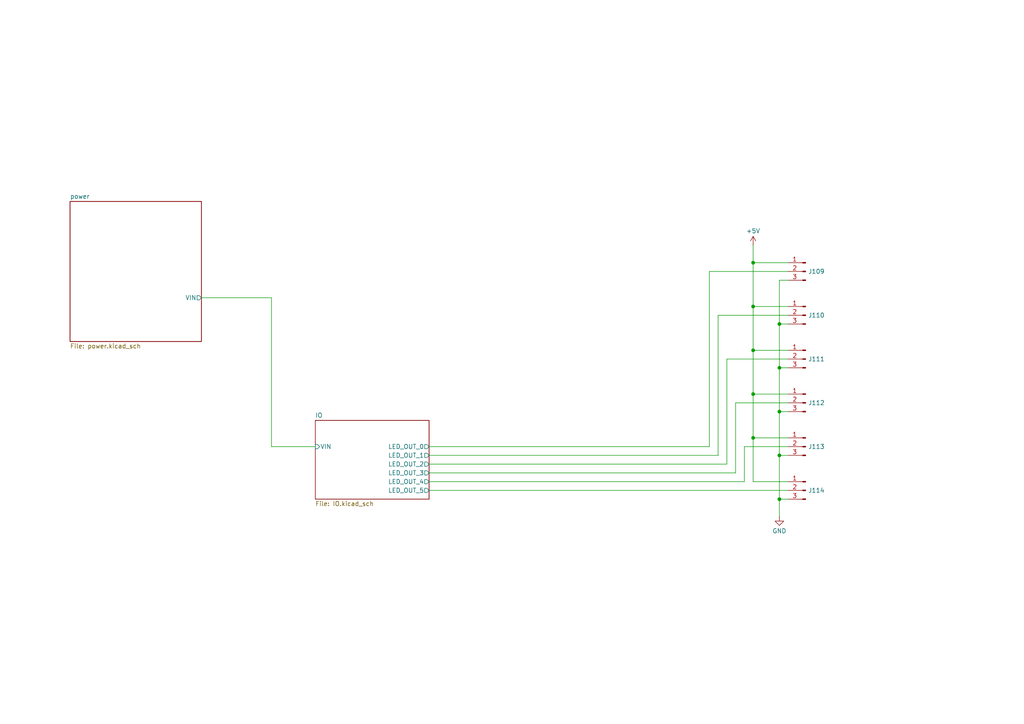
<source format=kicad_sch>
(kicad_sch (version 20231120) (generator "eeschema") (generator_version "8.0")
  (paper "A4")
  (lib_symbols
    (symbol "Connector:Conn_01x03_Pin" (pin_names (offset 1.016) hide)
      (property "Reference" "J" (at 0 5.08 0))
      (property "Value" "Conn_01x03_Pin" (at 0 -5.08 0))
      (symbol "Conn_01x03_Pin_1_1"
        (polyline (pts (xy 1.27 -2.54) (xy 0.8636 -2.54)) (stroke (width 0.1524)))
        (polyline (pts (xy 1.27 0) (xy 0.8636 0)) (stroke (width 0.1524)))
        (polyline (pts (xy 1.27 2.54) (xy 0.8636 2.54)) (stroke (width 0.1524)))
        (rectangle (start 0.8636 -2.413) (end 0 -2.667) (stroke (width 0.1524)) (fill (type outline)))
        (rectangle (start 0.8636 0.127) (end 0 -0.127) (stroke (width 0.1524)) (fill (type outline)))
        (rectangle (start 0.8636 2.667) (end 0 2.413) (stroke (width 0.1524)) (fill (type outline)))
        (pin passive line (at 5.08 2.54 180) (length 3.81) (name "Pin_1") (number "1"))
        (pin passive line (at 5.08 0 180) (length 3.81) (name "Pin_2") (number "2"))
        (pin passive line (at 5.08 -2.54 180) (length 3.81) (name "Pin_3") (number "3"))
      )
    )
    (symbol "power:+5V" (power) (pin_numbers hide) (pin_names (offset 0) hide)
      (property "Value" "+5V" (at 0 3.556 0))
      (symbol "+5V_0_1"
        (polyline (pts (xy -0.762 1.27) (xy 0 2.54)))
        (polyline (pts (xy 0 0) (xy 0 2.54)))
        (polyline (pts (xy 0 2.54) (xy 0.762 1.27)))
      )
      (symbol "+5V_1_1"
        (pin power_in line (at 0 0 90) (length 0) (name "~") (number "1"))
      )
    )
    (symbol "power:GND" (power) (pin_numbers hide) (pin_names (offset 0) hide)
      (property "Value" "GND" (at 0 -3.81 0))
      (symbol "GND_0_1"
        (polyline (pts (xy 0 0) (xy 0 -1.27) (xy 1.27 -1.27) (xy 0 -2.54) (xy -1.27 -1.27) (xy 0 -1.27)))
      )
      (symbol "GND_1_1"
        (pin power_in line (at 0 0 270) (length 0) (name "~") (number "1"))
      )
    )
  )
  (junction (at 226.06 132.08))
  (junction (at 218.44 76.2))
  (junction (at 226.06 93.98))
  (junction (at 226.06 119.38))
  (junction (at 218.44 114.3))
  (junction (at 218.44 101.6))
  (junction (at 226.06 144.78))
  (junction (at 218.44 88.9))
  (junction (at 226.06 106.68))
  (junction (at 218.44 127))
  (wire (pts (xy 228.6 104.14) (xy 210.82 104.14)))
  (wire (pts (xy 218.44 76.2) (xy 228.6 76.2)))
  (wire (pts (xy 78.74 86.36) (xy 58.42 86.36)))
  (wire (pts (xy 226.06 93.98) (xy 228.6 93.98)))
  (wire (pts (xy 208.28 91.44) (xy 228.6 91.44)))
  (wire (pts (xy 213.36 116.84) (xy 228.6 116.84)))
  (wire (pts (xy 228.6 129.54) (xy 215.9 129.54)))
  (wire (pts (xy 226.06 93.98) (xy 226.06 81.28)))
  (wire (pts (xy 226.06 144.78) (xy 226.06 149.86)))
  (wire (pts (xy 226.06 106.68) (xy 226.06 93.98)))
  (wire (pts (xy 228.6 119.38) (xy 226.06 119.38)))
  (wire (pts (xy 228.6 88.9) (xy 218.44 88.9)))
  (wire (pts (xy 205.74 78.74) (xy 205.74 129.54)))
  (wire (pts (xy 218.44 127) (xy 218.44 114.3)))
  (wire (pts (xy 213.36 137.16) (xy 213.36 116.84)))
  (wire (pts (xy 218.44 101.6) (xy 218.44 88.9)))
  (wire (pts (xy 228.6 78.74) (xy 205.74 78.74)))
  (wire (pts (xy 210.82 104.14) (xy 210.82 134.62)))
  (wire (pts (xy 228.6 127) (xy 218.44 127)))
  (wire (pts (xy 124.46 137.16) (xy 213.36 137.16)))
  (wire (pts (xy 124.46 132.08) (xy 208.28 132.08)))
  (wire (pts (xy 124.46 142.24) (xy 228.6 142.24)))
  (wire (pts (xy 218.44 114.3) (xy 218.44 101.6)))
  (wire (pts (xy 78.74 129.54) (xy 78.74 86.36)))
  (wire (pts (xy 226.06 106.68) (xy 228.6 106.68)))
  (wire (pts (xy 226.06 144.78) (xy 228.6 144.78)))
  (wire (pts (xy 226.06 132.08) (xy 226.06 144.78)))
  (wire (pts (xy 215.9 129.54) (xy 215.9 139.7)))
  (wire (pts (xy 208.28 132.08) (xy 208.28 91.44)))
  (wire (pts (xy 91.44 129.54) (xy 78.74 129.54)))
  (wire (pts (xy 124.46 134.62) (xy 210.82 134.62)))
  (wire (pts (xy 218.44 71.12) (xy 218.44 76.2)))
  (wire (pts (xy 228.6 114.3) (xy 218.44 114.3)))
  (wire (pts (xy 226.06 119.38) (xy 226.06 106.68)))
  (wire (pts (xy 124.46 139.7) (xy 215.9 139.7)))
  (wire (pts (xy 226.06 119.38) (xy 226.06 132.08)))
  (wire (pts (xy 218.44 139.7) (xy 218.44 127)))
  (wire (pts (xy 218.44 88.9) (xy 218.44 76.2)))
  (wire (pts (xy 124.46 129.54) (xy 205.74 129.54)))
  (wire (pts (xy 226.06 81.28) (xy 228.6 81.28)))
  (wire (pts (xy 226.06 132.08) (xy 228.6 132.08)))
  (wire (pts (xy 228.6 139.7) (xy 218.44 139.7)))
  (wire (pts (xy 228.6 101.6) (xy 218.44 101.6)))
  (symbol (lib_id "Connector:Conn_01x03_Pin") (at 233.68 129.54 0) (mirror y) (unit 1)
    (property "Reference" "J113" (at 234.3912 129.54 0) (effects (justify right)))
    (property "Value" "Screw_Terminal_01x03" (effects (hide yes)))
    (property "Footprint" "Connector_PinHeader_1.00mm:PinHeader_1x03_P1.00mm_Vertical" (effects (hide yes)))
    (property "Description" "Generic connector, single row, 01x03, script generated" (effects (hide yes)))
  )
  (symbol (lib_id "power:GND") (at 226.06 149.86 0) (unit 1)
    (property "Reference" "#PWR0103" (effects (hide yes)))
    (property "Value" "GND" (at 226.06 153.9931 0))
    (property "Description" "Power symbol creates a global label with name \"GND\" , ground" (effects (hide yes)))
  )
  (symbol (lib_id "Connector:Conn_01x03_Pin") (at 233.68 104.14 0) (mirror y) (unit 1)
    (property "Reference" "J111" (at 234.3912 104.14 0) (effects (justify right)))
    (property "Value" "Screw_Terminal_01x03" (effects (hide yes)))
    (property "Footprint" "Connector_PinHeader_1.00mm:PinHeader_1x03_P1.00mm_Vertical" (effects (hide yes)))
    (property "Description" "Generic connector, single row, 01x03, script generated" (effects (hide yes)))
  )
  (symbol (lib_id "power:+5V") (at 218.44 71.12 0) (unit 1)
    (property "Reference" "#PWR04" (effects (hide yes)))
    (property "Value" "+5V" (at 218.44 66.9869 0))
    (property "Description" "Power symbol creates a global label with name \"+5V\"" (effects (hide yes)))
  )
  (symbol (lib_id "Connector:Conn_01x03_Pin") (at 233.68 91.44 0) (mirror y) (unit 1)
    (property "Reference" "J110" (at 234.3912 91.44 0) (effects (justify right)))
    (property "Value" "Screw_Terminal_01x03" (effects (hide yes)))
    (property "Footprint" "Connector_PinHeader_1.00mm:PinHeader_1x03_P1.00mm_Vertical" (effects (hide yes)))
    (property "Description" "Generic connector, single row, 01x03, script generated" (effects (hide yes)))
  )
  (symbol (lib_id "Connector:Conn_01x03_Pin") (at 233.68 116.84 0) (mirror y) (unit 1)
    (property "Reference" "J112" (at 234.3912 116.84 0) (effects (justify right)))
    (property "Value" "Screw_Terminal_01x03" (effects (hide yes)))
    (property "Footprint" "Connector_PinHeader_1.00mm:PinHeader_1x03_P1.00mm_Vertical" (effects (hide yes)))
    (property "Description" "Generic connector, single row, 01x03, script generated" (effects (hide yes)))
  )
  (symbol (lib_id "Connector:Conn_01x03_Pin") (at 233.68 142.24 0) (mirror y) (unit 1)
    (property "Reference" "J114" (at 234.3912 142.24 0) (effects (justify right)))
    (property "Value" "Screw_Terminal_01x03" (effects (hide yes)))
    (property "Footprint" "Connector_PinHeader_1.00mm:PinHeader_1x03_P1.00mm_Vertical" (effects (hide yes)))
    (property "Description" "Generic connector, single row, 01x03, script generated" (effects (hide yes)))
  )
  (symbol (lib_id "Connector:Conn_01x03_Pin") (at 233.68 78.74 0) (mirror y) (unit 1)
    (property "Reference" "J109" (at 234.3912 78.74 0) (effects (justify right)))
    (property "Value" "Screw_Terminal_01x03" (effects (hide yes)))
    (property "Footprint" "Connector_PinHeader_1.00mm:PinHeader_1x03_P1.00mm_Vertical" (effects (hide yes)))
    (property "Description" "Generic connector, single row, 01x03, script generated" (effects (hide yes)))
  )
  (sheet (at 91.44 121.92) (size 33.02 22.86) (stroke (width 0.1524))
    (property "Sheetname" "IO" (at 91.44 121.2084 0) (effects (justify left bottom)))
    (property "Sheetfile" "IO.kicad_sch" (at 91.44 145.3646 0) (effects (justify left top)))
    (pin "VIN" input (at 91.44 129.54 180))
    (pin "LED_OUT_5" output (at 124.46 142.24 0))
    (pin "LED_OUT_0" output (at 124.46 129.54 0))
    (pin "LED_OUT_4" output (at 124.46 139.7 0))
    (pin "LED_OUT_3" output (at 124.46 137.16 0))
    (pin "LED_OUT_1" output (at 124.46 132.08 0))
    (pin "LED_OUT_2" output (at 124.46 134.62 0))
  )
  (sheet (at 20.32 58.42) (size 38.1 40.64) (stroke (width 0.1524))
    (property "Sheetname" "power" (at 20.32 57.7084 0) (effects (justify left bottom)))
    (property "Sheetfile" "power.kicad_sch" (at 20.32 99.6446 0) (effects (justify left top)))
    (pin "VIN" output (at 58.42 86.36 0))
  )
)
</source>
